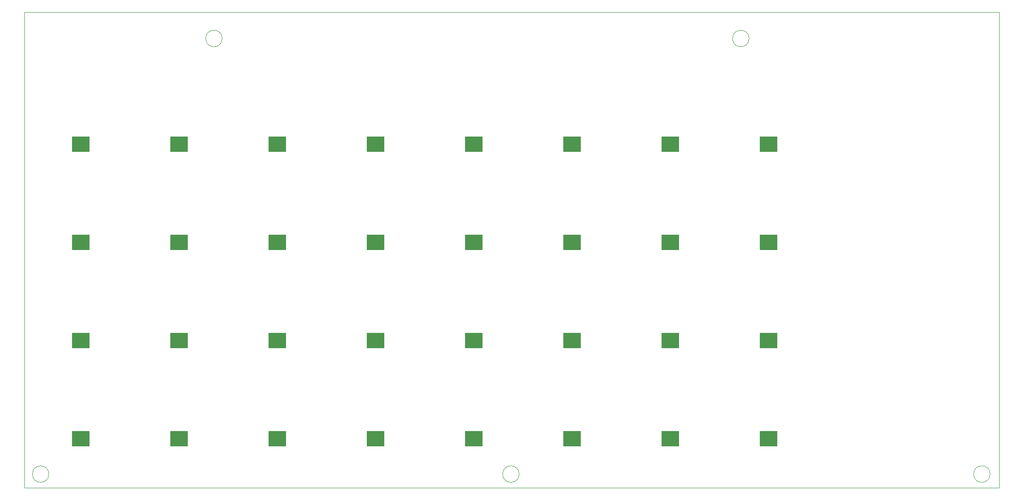
<source format=gm1>
%TF.GenerationSoftware,KiCad,Pcbnew,(6.0.8)*%
%TF.CreationDate,2023-01-16T16:58:48+01:00*%
%TF.ProjectId,The Macruwu 2.0,54686520-4d61-4637-9275-777520322e30,rev?*%
%TF.SameCoordinates,Original*%
%TF.FileFunction,Profile,NP*%
%FSLAX46Y46*%
G04 Gerber Fmt 4.6, Leading zero omitted, Abs format (unit mm)*
G04 Created by KiCad (PCBNEW (6.0.8)) date 2023-01-16 16:58:48*
%MOMM*%
%LPD*%
G01*
G04 APERTURE LIST*
%TA.AperFunction,Profile*%
%ADD10C,0.100000*%
%TD*%
G04 APERTURE END LIST*
D10*
X155194000Y-121412000D02*
G75*
G03*
X155194000Y-121412000I-1600000J0D01*
G01*
X199771000Y-36881000D02*
G75*
G03*
X199771000Y-36881000I-1600000J0D01*
G01*
X97612000Y-36881000D02*
G75*
G03*
X97612000Y-36881000I-1600000J0D01*
G01*
X64008000Y-121412000D02*
G75*
G03*
X64008000Y-121412000I-1600000J0D01*
G01*
X246507000Y-121412000D02*
G75*
G03*
X246507000Y-121412000I-1600000J0D01*
G01*
X59309000Y-31750000D02*
X248285000Y-31750000D01*
X248285000Y-31750000D02*
X248285000Y-124079000D01*
X248285000Y-124079000D02*
X59309000Y-124079000D01*
X59309000Y-124079000D02*
X59309000Y-31750000D01*
%TO.C,U3*%
G36*
X106606000Y-55905000D02*
G01*
X110006000Y-55905000D01*
X110006000Y-58905000D01*
X106606000Y-58905000D01*
X106606000Y-55905000D01*
G37*
%TO.C,U15*%
G36*
X182806000Y-74955000D02*
G01*
X186206000Y-74955000D01*
X186206000Y-77955000D01*
X182806000Y-77955000D01*
X182806000Y-74955000D01*
G37*
%TO.C,U14*%
G36*
X163756000Y-74955000D02*
G01*
X167156000Y-74955000D01*
X167156000Y-77955000D01*
X163756000Y-77955000D01*
X163756000Y-74955000D01*
G37*
%TO.C,U8*%
G36*
X201856000Y-55905000D02*
G01*
X205256000Y-55905000D01*
X205256000Y-58905000D01*
X201856000Y-58905000D01*
X201856000Y-55905000D01*
G37*
%TO.C,U5*%
G36*
X144706000Y-55905000D02*
G01*
X148106000Y-55905000D01*
X148106000Y-58905000D01*
X144706000Y-58905000D01*
X144706000Y-55905000D01*
G37*
%TO.C,U22*%
G36*
X163756000Y-94005000D02*
G01*
X167156000Y-94005000D01*
X167156000Y-97005000D01*
X163756000Y-97005000D01*
X163756000Y-94005000D01*
G37*
%TO.C,U16*%
G36*
X201856000Y-74955000D02*
G01*
X205256000Y-74955000D01*
X205256000Y-77955000D01*
X201856000Y-77955000D01*
X201856000Y-74955000D01*
G37*
%TO.C,U18*%
G36*
X87556000Y-94005000D02*
G01*
X90956000Y-94005000D01*
X90956000Y-97005000D01*
X87556000Y-97005000D01*
X87556000Y-94005000D01*
G37*
%TO.C,U28*%
G36*
X125656000Y-113055000D02*
G01*
X129056000Y-113055000D01*
X129056000Y-116055000D01*
X125656000Y-116055000D01*
X125656000Y-113055000D01*
G37*
%TO.C,U17*%
G36*
X68506000Y-94005000D02*
G01*
X71906000Y-94005000D01*
X71906000Y-97005000D01*
X68506000Y-97005000D01*
X68506000Y-94005000D01*
G37*
%TO.C,U20*%
G36*
X125656000Y-94005000D02*
G01*
X129056000Y-94005000D01*
X129056000Y-97005000D01*
X125656000Y-97005000D01*
X125656000Y-94005000D01*
G37*
%TO.C,U32*%
G36*
X201856000Y-113055000D02*
G01*
X205256000Y-113055000D01*
X205256000Y-116055000D01*
X201856000Y-116055000D01*
X201856000Y-113055000D01*
G37*
%TO.C,U2*%
G36*
X87556000Y-55905000D02*
G01*
X90956000Y-55905000D01*
X90956000Y-58905000D01*
X87556000Y-58905000D01*
X87556000Y-55905000D01*
G37*
%TO.C,U9*%
G36*
X68506000Y-74955000D02*
G01*
X71906000Y-74955000D01*
X71906000Y-77955000D01*
X68506000Y-77955000D01*
X68506000Y-74955000D01*
G37*
%TO.C,U10*%
G36*
X87556000Y-74955000D02*
G01*
X90956000Y-74955000D01*
X90956000Y-77955000D01*
X87556000Y-77955000D01*
X87556000Y-74955000D01*
G37*
%TO.C,U29*%
G36*
X144706000Y-113055000D02*
G01*
X148106000Y-113055000D01*
X148106000Y-116055000D01*
X144706000Y-116055000D01*
X144706000Y-113055000D01*
G37*
%TO.C,U25*%
G36*
X68506000Y-113055000D02*
G01*
X71906000Y-113055000D01*
X71906000Y-116055000D01*
X68506000Y-116055000D01*
X68506000Y-113055000D01*
G37*
%TO.C,U23*%
G36*
X182806000Y-94005000D02*
G01*
X186206000Y-94005000D01*
X186206000Y-97005000D01*
X182806000Y-97005000D01*
X182806000Y-94005000D01*
G37*
%TO.C,U31*%
G36*
X182806000Y-113055000D02*
G01*
X186206000Y-113055000D01*
X186206000Y-116055000D01*
X182806000Y-116055000D01*
X182806000Y-113055000D01*
G37*
%TO.C,U6*%
G36*
X163756000Y-55905000D02*
G01*
X167156000Y-55905000D01*
X167156000Y-58905000D01*
X163756000Y-58905000D01*
X163756000Y-55905000D01*
G37*
%TO.C,U12*%
G36*
X125656000Y-74955000D02*
G01*
X129056000Y-74955000D01*
X129056000Y-77955000D01*
X125656000Y-77955000D01*
X125656000Y-74955000D01*
G37*
%TO.C,U4*%
G36*
X125656000Y-55905000D02*
G01*
X129056000Y-55905000D01*
X129056000Y-58905000D01*
X125656000Y-58905000D01*
X125656000Y-55905000D01*
G37*
%TO.C,U7*%
G36*
X182806000Y-55905000D02*
G01*
X186206000Y-55905000D01*
X186206000Y-58905000D01*
X182806000Y-58905000D01*
X182806000Y-55905000D01*
G37*
%TO.C,U19*%
G36*
X106606000Y-94005000D02*
G01*
X110006000Y-94005000D01*
X110006000Y-97005000D01*
X106606000Y-97005000D01*
X106606000Y-94005000D01*
G37*
%TO.C,U30*%
G36*
X163756000Y-113055000D02*
G01*
X167156000Y-113055000D01*
X167156000Y-116055000D01*
X163756000Y-116055000D01*
X163756000Y-113055000D01*
G37*
%TO.C,U1*%
G36*
X68506000Y-55905000D02*
G01*
X71906000Y-55905000D01*
X71906000Y-58905000D01*
X68506000Y-58905000D01*
X68506000Y-55905000D01*
G37*
%TO.C,U11*%
G36*
X106606000Y-74955000D02*
G01*
X110006000Y-74955000D01*
X110006000Y-77955000D01*
X106606000Y-77955000D01*
X106606000Y-74955000D01*
G37*
%TO.C,U26*%
G36*
X87556000Y-113055000D02*
G01*
X90956000Y-113055000D01*
X90956000Y-116055000D01*
X87556000Y-116055000D01*
X87556000Y-113055000D01*
G37*
%TO.C,U24*%
G36*
X201856000Y-94005000D02*
G01*
X205256000Y-94005000D01*
X205256000Y-97005000D01*
X201856000Y-97005000D01*
X201856000Y-94005000D01*
G37*
%TO.C,U21*%
G36*
X144706000Y-94005000D02*
G01*
X148106000Y-94005000D01*
X148106000Y-97005000D01*
X144706000Y-97005000D01*
X144706000Y-94005000D01*
G37*
%TO.C,U27*%
G36*
X106606000Y-113055000D02*
G01*
X110006000Y-113055000D01*
X110006000Y-116055000D01*
X106606000Y-116055000D01*
X106606000Y-113055000D01*
G37*
%TO.C,U13*%
G36*
X144706000Y-74955000D02*
G01*
X148106000Y-74955000D01*
X148106000Y-77955000D01*
X144706000Y-77955000D01*
X144706000Y-74955000D01*
G37*
%TD*%
M02*

</source>
